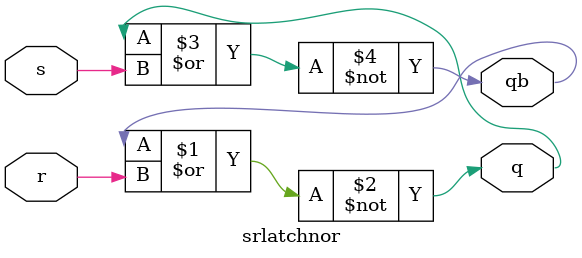
<source format=v>
`timescale 1ns / 1ps

module srlatchnor(
input s,r,
output q,qb
);
nor n1(q,qb,r);
nor n2(qb,q,s);
endmodule

</source>
